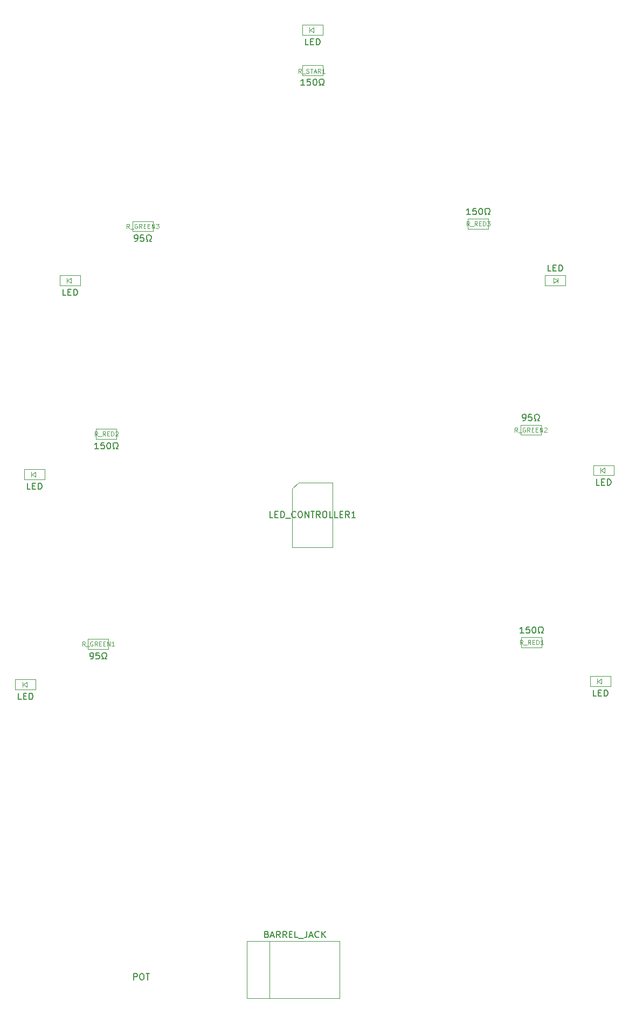
<source format=gbr>
G04 #@! TF.FileFunction,Other,Fab,Top*
%FSLAX46Y46*%
G04 Gerber Fmt 4.6, Leading zero omitted, Abs format (unit mm)*
G04 Created by KiCad (PCBNEW 4.0.6) date Wednesday, September 13, 2017 'PMt' 07:39:43 PM*
%MOMM*%
%LPD*%
G01*
G04 APERTURE LIST*
%ADD10C,0.100000*%
%ADD11C,0.150000*%
%ADD12C,0.105000*%
G04 APERTURE END LIST*
D10*
X49765000Y-128270000D02*
X50365000Y-127870000D01*
X50365000Y-127870000D02*
X50365000Y-128670000D01*
X50365000Y-128670000D02*
X49765000Y-128270000D01*
X49715000Y-127870000D02*
X49715000Y-128670000D01*
X48565000Y-129070000D02*
X48565000Y-127470000D01*
X51765000Y-129070000D02*
X48565000Y-129070000D01*
X51765000Y-127470000D02*
X51765000Y-129070000D01*
X48565000Y-127470000D02*
X51765000Y-127470000D01*
X140570000Y-94615000D02*
X141170000Y-94215000D01*
X141170000Y-94215000D02*
X141170000Y-95015000D01*
X141170000Y-95015000D02*
X140570000Y-94615000D01*
X140520000Y-94215000D02*
X140520000Y-95015000D01*
X139370000Y-95415000D02*
X139370000Y-93815000D01*
X142570000Y-95415000D02*
X139370000Y-95415000D01*
X142570000Y-93815000D02*
X142570000Y-95415000D01*
X139370000Y-93815000D02*
X142570000Y-93815000D01*
X56750000Y-64770000D02*
X57350000Y-64370000D01*
X57350000Y-64370000D02*
X57350000Y-65170000D01*
X57350000Y-65170000D02*
X56750000Y-64770000D01*
X56700000Y-64370000D02*
X56700000Y-65170000D01*
X55550000Y-65570000D02*
X55550000Y-63970000D01*
X58750000Y-65570000D02*
X55550000Y-65570000D01*
X58750000Y-63970000D02*
X58750000Y-65570000D01*
X55550000Y-63970000D02*
X58750000Y-63970000D01*
X93075000Y-96520000D02*
X98425000Y-96520000D01*
X98425000Y-96520000D02*
X98425000Y-106680000D01*
X98425000Y-106680000D02*
X92075000Y-106680000D01*
X92075000Y-106680000D02*
X92075000Y-97520000D01*
X92075000Y-97520000D02*
X93075000Y-96520000D01*
X140062000Y-127762000D02*
X140662000Y-127362000D01*
X140662000Y-127362000D02*
X140662000Y-128162000D01*
X140662000Y-128162000D02*
X140062000Y-127762000D01*
X140012000Y-127362000D02*
X140012000Y-128162000D01*
X138862000Y-128562000D02*
X138862000Y-126962000D01*
X142062000Y-128562000D02*
X138862000Y-128562000D01*
X142062000Y-126962000D02*
X142062000Y-128562000D01*
X138862000Y-126962000D02*
X142062000Y-126962000D01*
X51162000Y-95250000D02*
X51762000Y-94850000D01*
X51762000Y-94850000D02*
X51762000Y-95650000D01*
X51762000Y-95650000D02*
X51162000Y-95250000D01*
X51112000Y-94850000D02*
X51112000Y-95650000D01*
X49962000Y-96050000D02*
X49962000Y-94450000D01*
X53162000Y-96050000D02*
X49962000Y-96050000D01*
X53162000Y-94450000D02*
X53162000Y-96050000D01*
X49962000Y-94450000D02*
X53162000Y-94450000D01*
X133750000Y-64770000D02*
X133150000Y-65170000D01*
X133150000Y-65170000D02*
X133150000Y-64370000D01*
X133150000Y-64370000D02*
X133750000Y-64770000D01*
X133800000Y-65170000D02*
X133800000Y-64370000D01*
X134950000Y-63970000D02*
X134950000Y-65570000D01*
X131750000Y-63970000D02*
X134950000Y-63970000D01*
X131750000Y-65570000D02*
X131750000Y-63970000D01*
X134950000Y-65570000D02*
X131750000Y-65570000D01*
X59995000Y-122720000D02*
X59995000Y-121120000D01*
X63195000Y-122720000D02*
X59995000Y-122720000D01*
X63195000Y-121120000D02*
X63195000Y-122720000D01*
X59995000Y-121120000D02*
X63195000Y-121120000D01*
X131140000Y-87465000D02*
X131140000Y-89065000D01*
X127940000Y-87465000D02*
X131140000Y-87465000D01*
X127940000Y-89065000D02*
X127940000Y-87465000D01*
X131140000Y-89065000D02*
X127940000Y-89065000D01*
X66980000Y-57061000D02*
X66980000Y-55461000D01*
X70180000Y-57061000D02*
X66980000Y-57061000D01*
X70180000Y-55461000D02*
X70180000Y-57061000D01*
X66980000Y-55461000D02*
X70180000Y-55461000D01*
X131267000Y-120866000D02*
X131267000Y-122466000D01*
X128067000Y-120866000D02*
X131267000Y-120866000D01*
X128067000Y-122466000D02*
X128067000Y-120866000D01*
X131267000Y-122466000D02*
X128067000Y-122466000D01*
X61265000Y-89700000D02*
X61265000Y-88100000D01*
X64465000Y-89700000D02*
X61265000Y-89700000D01*
X64465000Y-88100000D02*
X64465000Y-89700000D01*
X61265000Y-88100000D02*
X64465000Y-88100000D01*
X122885000Y-55080000D02*
X122885000Y-56680000D01*
X119685000Y-55080000D02*
X122885000Y-55080000D01*
X119685000Y-56680000D02*
X119685000Y-55080000D01*
X122885000Y-56680000D02*
X119685000Y-56680000D01*
X93650000Y-32550000D02*
X93650000Y-30950000D01*
X96850000Y-32550000D02*
X93650000Y-32550000D01*
X96850000Y-30950000D02*
X96850000Y-32550000D01*
X93650000Y-30950000D02*
X96850000Y-30950000D01*
X94850000Y-25400000D02*
X95450000Y-25000000D01*
X95450000Y-25000000D02*
X95450000Y-25800000D01*
X95450000Y-25800000D02*
X94850000Y-25400000D01*
X94800000Y-25000000D02*
X94800000Y-25800000D01*
X93650000Y-26200000D02*
X93650000Y-24600000D01*
X96850000Y-26200000D02*
X93650000Y-26200000D01*
X96850000Y-24600000D02*
X96850000Y-26200000D01*
X93650000Y-24600000D02*
X96850000Y-24600000D01*
X88479000Y-168601000D02*
X88479000Y-177601000D01*
X84979000Y-168601000D02*
X84979000Y-177601000D01*
X84979000Y-177601000D02*
X99479000Y-177601000D01*
X99479000Y-177601000D02*
X99479000Y-168601000D01*
X99479000Y-168601000D02*
X84979000Y-168601000D01*
D11*
X49522143Y-130622381D02*
X49045952Y-130622381D01*
X49045952Y-129622381D01*
X49855476Y-130098571D02*
X50188810Y-130098571D01*
X50331667Y-130622381D02*
X49855476Y-130622381D01*
X49855476Y-129622381D01*
X50331667Y-129622381D01*
X50760238Y-130622381D02*
X50760238Y-129622381D01*
X50998333Y-129622381D01*
X51141191Y-129670000D01*
X51236429Y-129765238D01*
X51284048Y-129860476D01*
X51331667Y-130050952D01*
X51331667Y-130193810D01*
X51284048Y-130384286D01*
X51236429Y-130479524D01*
X51141191Y-130574762D01*
X50998333Y-130622381D01*
X50760238Y-130622381D01*
X140327143Y-96967381D02*
X139850952Y-96967381D01*
X139850952Y-95967381D01*
X140660476Y-96443571D02*
X140993810Y-96443571D01*
X141136667Y-96967381D02*
X140660476Y-96967381D01*
X140660476Y-95967381D01*
X141136667Y-95967381D01*
X141565238Y-96967381D02*
X141565238Y-95967381D01*
X141803333Y-95967381D01*
X141946191Y-96015000D01*
X142041429Y-96110238D01*
X142089048Y-96205476D01*
X142136667Y-96395952D01*
X142136667Y-96538810D01*
X142089048Y-96729286D01*
X142041429Y-96824524D01*
X141946191Y-96919762D01*
X141803333Y-96967381D01*
X141565238Y-96967381D01*
X56507143Y-67122381D02*
X56030952Y-67122381D01*
X56030952Y-66122381D01*
X56840476Y-66598571D02*
X57173810Y-66598571D01*
X57316667Y-67122381D02*
X56840476Y-67122381D01*
X56840476Y-66122381D01*
X57316667Y-66122381D01*
X57745238Y-67122381D02*
X57745238Y-66122381D01*
X57983333Y-66122381D01*
X58126191Y-66170000D01*
X58221429Y-66265238D01*
X58269048Y-66360476D01*
X58316667Y-66550952D01*
X58316667Y-66693810D01*
X58269048Y-66884286D01*
X58221429Y-66979524D01*
X58126191Y-67074762D01*
X57983333Y-67122381D01*
X57745238Y-67122381D01*
X89035714Y-102052381D02*
X88559523Y-102052381D01*
X88559523Y-101052381D01*
X89369047Y-101528571D02*
X89702381Y-101528571D01*
X89845238Y-102052381D02*
X89369047Y-102052381D01*
X89369047Y-101052381D01*
X89845238Y-101052381D01*
X90273809Y-102052381D02*
X90273809Y-101052381D01*
X90511904Y-101052381D01*
X90654762Y-101100000D01*
X90750000Y-101195238D01*
X90797619Y-101290476D01*
X90845238Y-101480952D01*
X90845238Y-101623810D01*
X90797619Y-101814286D01*
X90750000Y-101909524D01*
X90654762Y-102004762D01*
X90511904Y-102052381D01*
X90273809Y-102052381D01*
X91035714Y-102147619D02*
X91797619Y-102147619D01*
X92607143Y-101957143D02*
X92559524Y-102004762D01*
X92416667Y-102052381D01*
X92321429Y-102052381D01*
X92178571Y-102004762D01*
X92083333Y-101909524D01*
X92035714Y-101814286D01*
X91988095Y-101623810D01*
X91988095Y-101480952D01*
X92035714Y-101290476D01*
X92083333Y-101195238D01*
X92178571Y-101100000D01*
X92321429Y-101052381D01*
X92416667Y-101052381D01*
X92559524Y-101100000D01*
X92607143Y-101147619D01*
X93226190Y-101052381D02*
X93416667Y-101052381D01*
X93511905Y-101100000D01*
X93607143Y-101195238D01*
X93654762Y-101385714D01*
X93654762Y-101719048D01*
X93607143Y-101909524D01*
X93511905Y-102004762D01*
X93416667Y-102052381D01*
X93226190Y-102052381D01*
X93130952Y-102004762D01*
X93035714Y-101909524D01*
X92988095Y-101719048D01*
X92988095Y-101385714D01*
X93035714Y-101195238D01*
X93130952Y-101100000D01*
X93226190Y-101052381D01*
X94083333Y-102052381D02*
X94083333Y-101052381D01*
X94654762Y-102052381D01*
X94654762Y-101052381D01*
X94988095Y-101052381D02*
X95559524Y-101052381D01*
X95273809Y-102052381D02*
X95273809Y-101052381D01*
X96464286Y-102052381D02*
X96130952Y-101576190D01*
X95892857Y-102052381D02*
X95892857Y-101052381D01*
X96273810Y-101052381D01*
X96369048Y-101100000D01*
X96416667Y-101147619D01*
X96464286Y-101242857D01*
X96464286Y-101385714D01*
X96416667Y-101480952D01*
X96369048Y-101528571D01*
X96273810Y-101576190D01*
X95892857Y-101576190D01*
X97083333Y-101052381D02*
X97273810Y-101052381D01*
X97369048Y-101100000D01*
X97464286Y-101195238D01*
X97511905Y-101385714D01*
X97511905Y-101719048D01*
X97464286Y-101909524D01*
X97369048Y-102004762D01*
X97273810Y-102052381D01*
X97083333Y-102052381D01*
X96988095Y-102004762D01*
X96892857Y-101909524D01*
X96845238Y-101719048D01*
X96845238Y-101385714D01*
X96892857Y-101195238D01*
X96988095Y-101100000D01*
X97083333Y-101052381D01*
X98416667Y-102052381D02*
X97940476Y-102052381D01*
X97940476Y-101052381D01*
X99226191Y-102052381D02*
X98750000Y-102052381D01*
X98750000Y-101052381D01*
X99559524Y-101528571D02*
X99892858Y-101528571D01*
X100035715Y-102052381D02*
X99559524Y-102052381D01*
X99559524Y-101052381D01*
X100035715Y-101052381D01*
X101035715Y-102052381D02*
X100702381Y-101576190D01*
X100464286Y-102052381D02*
X100464286Y-101052381D01*
X100845239Y-101052381D01*
X100940477Y-101100000D01*
X100988096Y-101147619D01*
X101035715Y-101242857D01*
X101035715Y-101385714D01*
X100988096Y-101480952D01*
X100940477Y-101528571D01*
X100845239Y-101576190D01*
X100464286Y-101576190D01*
X101988096Y-102052381D02*
X101416667Y-102052381D01*
X101702381Y-102052381D02*
X101702381Y-101052381D01*
X101607143Y-101195238D01*
X101511905Y-101290476D01*
X101416667Y-101338095D01*
X139819143Y-130114381D02*
X139342952Y-130114381D01*
X139342952Y-129114381D01*
X140152476Y-129590571D02*
X140485810Y-129590571D01*
X140628667Y-130114381D02*
X140152476Y-130114381D01*
X140152476Y-129114381D01*
X140628667Y-129114381D01*
X141057238Y-130114381D02*
X141057238Y-129114381D01*
X141295333Y-129114381D01*
X141438191Y-129162000D01*
X141533429Y-129257238D01*
X141581048Y-129352476D01*
X141628667Y-129542952D01*
X141628667Y-129685810D01*
X141581048Y-129876286D01*
X141533429Y-129971524D01*
X141438191Y-130066762D01*
X141295333Y-130114381D01*
X141057238Y-130114381D01*
X50919143Y-97602381D02*
X50442952Y-97602381D01*
X50442952Y-96602381D01*
X51252476Y-97078571D02*
X51585810Y-97078571D01*
X51728667Y-97602381D02*
X51252476Y-97602381D01*
X51252476Y-96602381D01*
X51728667Y-96602381D01*
X52157238Y-97602381D02*
X52157238Y-96602381D01*
X52395333Y-96602381D01*
X52538191Y-96650000D01*
X52633429Y-96745238D01*
X52681048Y-96840476D01*
X52728667Y-97030952D01*
X52728667Y-97173810D01*
X52681048Y-97364286D01*
X52633429Y-97459524D01*
X52538191Y-97554762D01*
X52395333Y-97602381D01*
X52157238Y-97602381D01*
X132707143Y-63322381D02*
X132230952Y-63322381D01*
X132230952Y-62322381D01*
X133040476Y-62798571D02*
X133373810Y-62798571D01*
X133516667Y-63322381D02*
X133040476Y-63322381D01*
X133040476Y-62322381D01*
X133516667Y-62322381D01*
X133945238Y-63322381D02*
X133945238Y-62322381D01*
X134183333Y-62322381D01*
X134326191Y-62370000D01*
X134421429Y-62465238D01*
X134469048Y-62560476D01*
X134516667Y-62750952D01*
X134516667Y-62893810D01*
X134469048Y-63084286D01*
X134421429Y-63179524D01*
X134326191Y-63274762D01*
X134183333Y-63322381D01*
X133945238Y-63322381D01*
X60356905Y-124272381D02*
X60547381Y-124272381D01*
X60642620Y-124224762D01*
X60690239Y-124177143D01*
X60785477Y-124034286D01*
X60833096Y-123843810D01*
X60833096Y-123462857D01*
X60785477Y-123367619D01*
X60737858Y-123320000D01*
X60642620Y-123272381D01*
X60452143Y-123272381D01*
X60356905Y-123320000D01*
X60309286Y-123367619D01*
X60261667Y-123462857D01*
X60261667Y-123700952D01*
X60309286Y-123796190D01*
X60356905Y-123843810D01*
X60452143Y-123891429D01*
X60642620Y-123891429D01*
X60737858Y-123843810D01*
X60785477Y-123796190D01*
X60833096Y-123700952D01*
X61737858Y-123272381D02*
X61261667Y-123272381D01*
X61214048Y-123748571D01*
X61261667Y-123700952D01*
X61356905Y-123653333D01*
X61595001Y-123653333D01*
X61690239Y-123700952D01*
X61737858Y-123748571D01*
X61785477Y-123843810D01*
X61785477Y-124081905D01*
X61737858Y-124177143D01*
X61690239Y-124224762D01*
X61595001Y-124272381D01*
X61356905Y-124272381D01*
X61261667Y-124224762D01*
X61214048Y-124177143D01*
X62166429Y-124272381D02*
X62404524Y-124272381D01*
X62404524Y-124081905D01*
X62309286Y-124034286D01*
X62214048Y-123939048D01*
X62166429Y-123796190D01*
X62166429Y-123558095D01*
X62214048Y-123415238D01*
X62309286Y-123320000D01*
X62452143Y-123272381D01*
X62642620Y-123272381D01*
X62785477Y-123320000D01*
X62880715Y-123415238D01*
X62928334Y-123558095D01*
X62928334Y-123796190D01*
X62880715Y-123939048D01*
X62785477Y-124034286D01*
X62690239Y-124081905D01*
X62690239Y-124272381D01*
X62928334Y-124272381D01*
D12*
X59511668Y-122236667D02*
X59278334Y-121903333D01*
X59111668Y-122236667D02*
X59111668Y-121536667D01*
X59378334Y-121536667D01*
X59445001Y-121570000D01*
X59478334Y-121603333D01*
X59511668Y-121670000D01*
X59511668Y-121770000D01*
X59478334Y-121836667D01*
X59445001Y-121870000D01*
X59378334Y-121903333D01*
X59111668Y-121903333D01*
X59645001Y-122303333D02*
X60178334Y-122303333D01*
X60711667Y-121570000D02*
X60645001Y-121536667D01*
X60545001Y-121536667D01*
X60445001Y-121570000D01*
X60378334Y-121636667D01*
X60345001Y-121703333D01*
X60311667Y-121836667D01*
X60311667Y-121936667D01*
X60345001Y-122070000D01*
X60378334Y-122136667D01*
X60445001Y-122203333D01*
X60545001Y-122236667D01*
X60611667Y-122236667D01*
X60711667Y-122203333D01*
X60745001Y-122170000D01*
X60745001Y-121936667D01*
X60611667Y-121936667D01*
X61445001Y-122236667D02*
X61211667Y-121903333D01*
X61045001Y-122236667D02*
X61045001Y-121536667D01*
X61311667Y-121536667D01*
X61378334Y-121570000D01*
X61411667Y-121603333D01*
X61445001Y-121670000D01*
X61445001Y-121770000D01*
X61411667Y-121836667D01*
X61378334Y-121870000D01*
X61311667Y-121903333D01*
X61045001Y-121903333D01*
X61745001Y-121870000D02*
X61978334Y-121870000D01*
X62078334Y-122236667D02*
X61745001Y-122236667D01*
X61745001Y-121536667D01*
X62078334Y-121536667D01*
X62378334Y-121870000D02*
X62611667Y-121870000D01*
X62711667Y-122236667D02*
X62378334Y-122236667D01*
X62378334Y-121536667D01*
X62711667Y-121536667D01*
X63011667Y-122236667D02*
X63011667Y-121536667D01*
X63411667Y-122236667D01*
X63411667Y-121536667D01*
X64111666Y-122236667D02*
X63711666Y-122236667D01*
X63911666Y-122236667D02*
X63911666Y-121536667D01*
X63845000Y-121636667D01*
X63778333Y-121703333D01*
X63711666Y-121736667D01*
D11*
X128301905Y-86817381D02*
X128492381Y-86817381D01*
X128587620Y-86769762D01*
X128635239Y-86722143D01*
X128730477Y-86579286D01*
X128778096Y-86388810D01*
X128778096Y-86007857D01*
X128730477Y-85912619D01*
X128682858Y-85865000D01*
X128587620Y-85817381D01*
X128397143Y-85817381D01*
X128301905Y-85865000D01*
X128254286Y-85912619D01*
X128206667Y-86007857D01*
X128206667Y-86245952D01*
X128254286Y-86341190D01*
X128301905Y-86388810D01*
X128397143Y-86436429D01*
X128587620Y-86436429D01*
X128682858Y-86388810D01*
X128730477Y-86341190D01*
X128778096Y-86245952D01*
X129682858Y-85817381D02*
X129206667Y-85817381D01*
X129159048Y-86293571D01*
X129206667Y-86245952D01*
X129301905Y-86198333D01*
X129540001Y-86198333D01*
X129635239Y-86245952D01*
X129682858Y-86293571D01*
X129730477Y-86388810D01*
X129730477Y-86626905D01*
X129682858Y-86722143D01*
X129635239Y-86769762D01*
X129540001Y-86817381D01*
X129301905Y-86817381D01*
X129206667Y-86769762D01*
X129159048Y-86722143D01*
X130111429Y-86817381D02*
X130349524Y-86817381D01*
X130349524Y-86626905D01*
X130254286Y-86579286D01*
X130159048Y-86484048D01*
X130111429Y-86341190D01*
X130111429Y-86103095D01*
X130159048Y-85960238D01*
X130254286Y-85865000D01*
X130397143Y-85817381D01*
X130587620Y-85817381D01*
X130730477Y-85865000D01*
X130825715Y-85960238D01*
X130873334Y-86103095D01*
X130873334Y-86341190D01*
X130825715Y-86484048D01*
X130730477Y-86579286D01*
X130635239Y-86626905D01*
X130635239Y-86817381D01*
X130873334Y-86817381D01*
D12*
X127456668Y-88581667D02*
X127223334Y-88248333D01*
X127056668Y-88581667D02*
X127056668Y-87881667D01*
X127323334Y-87881667D01*
X127390001Y-87915000D01*
X127423334Y-87948333D01*
X127456668Y-88015000D01*
X127456668Y-88115000D01*
X127423334Y-88181667D01*
X127390001Y-88215000D01*
X127323334Y-88248333D01*
X127056668Y-88248333D01*
X127590001Y-88648333D02*
X128123334Y-88648333D01*
X128656667Y-87915000D02*
X128590001Y-87881667D01*
X128490001Y-87881667D01*
X128390001Y-87915000D01*
X128323334Y-87981667D01*
X128290001Y-88048333D01*
X128256667Y-88181667D01*
X128256667Y-88281667D01*
X128290001Y-88415000D01*
X128323334Y-88481667D01*
X128390001Y-88548333D01*
X128490001Y-88581667D01*
X128556667Y-88581667D01*
X128656667Y-88548333D01*
X128690001Y-88515000D01*
X128690001Y-88281667D01*
X128556667Y-88281667D01*
X129390001Y-88581667D02*
X129156667Y-88248333D01*
X128990001Y-88581667D02*
X128990001Y-87881667D01*
X129256667Y-87881667D01*
X129323334Y-87915000D01*
X129356667Y-87948333D01*
X129390001Y-88015000D01*
X129390001Y-88115000D01*
X129356667Y-88181667D01*
X129323334Y-88215000D01*
X129256667Y-88248333D01*
X128990001Y-88248333D01*
X129690001Y-88215000D02*
X129923334Y-88215000D01*
X130023334Y-88581667D02*
X129690001Y-88581667D01*
X129690001Y-87881667D01*
X130023334Y-87881667D01*
X130323334Y-88215000D02*
X130556667Y-88215000D01*
X130656667Y-88581667D02*
X130323334Y-88581667D01*
X130323334Y-87881667D01*
X130656667Y-87881667D01*
X130956667Y-88581667D02*
X130956667Y-87881667D01*
X131356667Y-88581667D01*
X131356667Y-87881667D01*
X131656666Y-87948333D02*
X131690000Y-87915000D01*
X131756666Y-87881667D01*
X131923333Y-87881667D01*
X131990000Y-87915000D01*
X132023333Y-87948333D01*
X132056666Y-88015000D01*
X132056666Y-88081667D01*
X132023333Y-88181667D01*
X131623333Y-88581667D01*
X132056666Y-88581667D01*
D11*
X67341905Y-58613381D02*
X67532381Y-58613381D01*
X67627620Y-58565762D01*
X67675239Y-58518143D01*
X67770477Y-58375286D01*
X67818096Y-58184810D01*
X67818096Y-57803857D01*
X67770477Y-57708619D01*
X67722858Y-57661000D01*
X67627620Y-57613381D01*
X67437143Y-57613381D01*
X67341905Y-57661000D01*
X67294286Y-57708619D01*
X67246667Y-57803857D01*
X67246667Y-58041952D01*
X67294286Y-58137190D01*
X67341905Y-58184810D01*
X67437143Y-58232429D01*
X67627620Y-58232429D01*
X67722858Y-58184810D01*
X67770477Y-58137190D01*
X67818096Y-58041952D01*
X68722858Y-57613381D02*
X68246667Y-57613381D01*
X68199048Y-58089571D01*
X68246667Y-58041952D01*
X68341905Y-57994333D01*
X68580001Y-57994333D01*
X68675239Y-58041952D01*
X68722858Y-58089571D01*
X68770477Y-58184810D01*
X68770477Y-58422905D01*
X68722858Y-58518143D01*
X68675239Y-58565762D01*
X68580001Y-58613381D01*
X68341905Y-58613381D01*
X68246667Y-58565762D01*
X68199048Y-58518143D01*
X69151429Y-58613381D02*
X69389524Y-58613381D01*
X69389524Y-58422905D01*
X69294286Y-58375286D01*
X69199048Y-58280048D01*
X69151429Y-58137190D01*
X69151429Y-57899095D01*
X69199048Y-57756238D01*
X69294286Y-57661000D01*
X69437143Y-57613381D01*
X69627620Y-57613381D01*
X69770477Y-57661000D01*
X69865715Y-57756238D01*
X69913334Y-57899095D01*
X69913334Y-58137190D01*
X69865715Y-58280048D01*
X69770477Y-58375286D01*
X69675239Y-58422905D01*
X69675239Y-58613381D01*
X69913334Y-58613381D01*
D12*
X66496668Y-56577667D02*
X66263334Y-56244333D01*
X66096668Y-56577667D02*
X66096668Y-55877667D01*
X66363334Y-55877667D01*
X66430001Y-55911000D01*
X66463334Y-55944333D01*
X66496668Y-56011000D01*
X66496668Y-56111000D01*
X66463334Y-56177667D01*
X66430001Y-56211000D01*
X66363334Y-56244333D01*
X66096668Y-56244333D01*
X66630001Y-56644333D02*
X67163334Y-56644333D01*
X67696667Y-55911000D02*
X67630001Y-55877667D01*
X67530001Y-55877667D01*
X67430001Y-55911000D01*
X67363334Y-55977667D01*
X67330001Y-56044333D01*
X67296667Y-56177667D01*
X67296667Y-56277667D01*
X67330001Y-56411000D01*
X67363334Y-56477667D01*
X67430001Y-56544333D01*
X67530001Y-56577667D01*
X67596667Y-56577667D01*
X67696667Y-56544333D01*
X67730001Y-56511000D01*
X67730001Y-56277667D01*
X67596667Y-56277667D01*
X68430001Y-56577667D02*
X68196667Y-56244333D01*
X68030001Y-56577667D02*
X68030001Y-55877667D01*
X68296667Y-55877667D01*
X68363334Y-55911000D01*
X68396667Y-55944333D01*
X68430001Y-56011000D01*
X68430001Y-56111000D01*
X68396667Y-56177667D01*
X68363334Y-56211000D01*
X68296667Y-56244333D01*
X68030001Y-56244333D01*
X68730001Y-56211000D02*
X68963334Y-56211000D01*
X69063334Y-56577667D02*
X68730001Y-56577667D01*
X68730001Y-55877667D01*
X69063334Y-55877667D01*
X69363334Y-56211000D02*
X69596667Y-56211000D01*
X69696667Y-56577667D02*
X69363334Y-56577667D01*
X69363334Y-55877667D01*
X69696667Y-55877667D01*
X69996667Y-56577667D02*
X69996667Y-55877667D01*
X70396667Y-56577667D01*
X70396667Y-55877667D01*
X70663333Y-55877667D02*
X71096666Y-55877667D01*
X70863333Y-56144333D01*
X70963333Y-56144333D01*
X71030000Y-56177667D01*
X71063333Y-56211000D01*
X71096666Y-56277667D01*
X71096666Y-56444333D01*
X71063333Y-56511000D01*
X71030000Y-56544333D01*
X70963333Y-56577667D01*
X70763333Y-56577667D01*
X70696666Y-56544333D01*
X70663333Y-56511000D01*
D11*
X128428905Y-120218381D02*
X127857476Y-120218381D01*
X128143190Y-120218381D02*
X128143190Y-119218381D01*
X128047952Y-119361238D01*
X127952714Y-119456476D01*
X127857476Y-119504095D01*
X129333667Y-119218381D02*
X128857476Y-119218381D01*
X128809857Y-119694571D01*
X128857476Y-119646952D01*
X128952714Y-119599333D01*
X129190810Y-119599333D01*
X129286048Y-119646952D01*
X129333667Y-119694571D01*
X129381286Y-119789810D01*
X129381286Y-120027905D01*
X129333667Y-120123143D01*
X129286048Y-120170762D01*
X129190810Y-120218381D01*
X128952714Y-120218381D01*
X128857476Y-120170762D01*
X128809857Y-120123143D01*
X130000333Y-119218381D02*
X130095572Y-119218381D01*
X130190810Y-119266000D01*
X130238429Y-119313619D01*
X130286048Y-119408857D01*
X130333667Y-119599333D01*
X130333667Y-119837429D01*
X130286048Y-120027905D01*
X130238429Y-120123143D01*
X130190810Y-120170762D01*
X130095572Y-120218381D01*
X130000333Y-120218381D01*
X129905095Y-120170762D01*
X129857476Y-120123143D01*
X129809857Y-120027905D01*
X129762238Y-119837429D01*
X129762238Y-119599333D01*
X129809857Y-119408857D01*
X129857476Y-119313619D01*
X129905095Y-119266000D01*
X130000333Y-119218381D01*
X130714619Y-120218381D02*
X130952714Y-120218381D01*
X130952714Y-120027905D01*
X130857476Y-119980286D01*
X130762238Y-119885048D01*
X130714619Y-119742190D01*
X130714619Y-119504095D01*
X130762238Y-119361238D01*
X130857476Y-119266000D01*
X131000333Y-119218381D01*
X131190810Y-119218381D01*
X131333667Y-119266000D01*
X131428905Y-119361238D01*
X131476524Y-119504095D01*
X131476524Y-119742190D01*
X131428905Y-119885048D01*
X131333667Y-119980286D01*
X131238429Y-120027905D01*
X131238429Y-120218381D01*
X131476524Y-120218381D01*
D12*
X128267001Y-121982667D02*
X128033667Y-121649333D01*
X127867001Y-121982667D02*
X127867001Y-121282667D01*
X128133667Y-121282667D01*
X128200334Y-121316000D01*
X128233667Y-121349333D01*
X128267001Y-121416000D01*
X128267001Y-121516000D01*
X128233667Y-121582667D01*
X128200334Y-121616000D01*
X128133667Y-121649333D01*
X127867001Y-121649333D01*
X128400334Y-122049333D02*
X128933667Y-122049333D01*
X129500334Y-121982667D02*
X129267000Y-121649333D01*
X129100334Y-121982667D02*
X129100334Y-121282667D01*
X129367000Y-121282667D01*
X129433667Y-121316000D01*
X129467000Y-121349333D01*
X129500334Y-121416000D01*
X129500334Y-121516000D01*
X129467000Y-121582667D01*
X129433667Y-121616000D01*
X129367000Y-121649333D01*
X129100334Y-121649333D01*
X129800334Y-121616000D02*
X130033667Y-121616000D01*
X130133667Y-121982667D02*
X129800334Y-121982667D01*
X129800334Y-121282667D01*
X130133667Y-121282667D01*
X130433667Y-121982667D02*
X130433667Y-121282667D01*
X130600333Y-121282667D01*
X130700333Y-121316000D01*
X130767000Y-121382667D01*
X130800333Y-121449333D01*
X130833667Y-121582667D01*
X130833667Y-121682667D01*
X130800333Y-121816000D01*
X130767000Y-121882667D01*
X130700333Y-121949333D01*
X130600333Y-121982667D01*
X130433667Y-121982667D01*
X131500333Y-121982667D02*
X131100333Y-121982667D01*
X131300333Y-121982667D02*
X131300333Y-121282667D01*
X131233667Y-121382667D01*
X131167000Y-121449333D01*
X131100333Y-121482667D01*
D11*
X61626905Y-91252381D02*
X61055476Y-91252381D01*
X61341190Y-91252381D02*
X61341190Y-90252381D01*
X61245952Y-90395238D01*
X61150714Y-90490476D01*
X61055476Y-90538095D01*
X62531667Y-90252381D02*
X62055476Y-90252381D01*
X62007857Y-90728571D01*
X62055476Y-90680952D01*
X62150714Y-90633333D01*
X62388810Y-90633333D01*
X62484048Y-90680952D01*
X62531667Y-90728571D01*
X62579286Y-90823810D01*
X62579286Y-91061905D01*
X62531667Y-91157143D01*
X62484048Y-91204762D01*
X62388810Y-91252381D01*
X62150714Y-91252381D01*
X62055476Y-91204762D01*
X62007857Y-91157143D01*
X63198333Y-90252381D02*
X63293572Y-90252381D01*
X63388810Y-90300000D01*
X63436429Y-90347619D01*
X63484048Y-90442857D01*
X63531667Y-90633333D01*
X63531667Y-90871429D01*
X63484048Y-91061905D01*
X63436429Y-91157143D01*
X63388810Y-91204762D01*
X63293572Y-91252381D01*
X63198333Y-91252381D01*
X63103095Y-91204762D01*
X63055476Y-91157143D01*
X63007857Y-91061905D01*
X62960238Y-90871429D01*
X62960238Y-90633333D01*
X63007857Y-90442857D01*
X63055476Y-90347619D01*
X63103095Y-90300000D01*
X63198333Y-90252381D01*
X63912619Y-91252381D02*
X64150714Y-91252381D01*
X64150714Y-91061905D01*
X64055476Y-91014286D01*
X63960238Y-90919048D01*
X63912619Y-90776190D01*
X63912619Y-90538095D01*
X63960238Y-90395238D01*
X64055476Y-90300000D01*
X64198333Y-90252381D01*
X64388810Y-90252381D01*
X64531667Y-90300000D01*
X64626905Y-90395238D01*
X64674524Y-90538095D01*
X64674524Y-90776190D01*
X64626905Y-90919048D01*
X64531667Y-91014286D01*
X64436429Y-91061905D01*
X64436429Y-91252381D01*
X64674524Y-91252381D01*
D12*
X61465001Y-89216667D02*
X61231667Y-88883333D01*
X61065001Y-89216667D02*
X61065001Y-88516667D01*
X61331667Y-88516667D01*
X61398334Y-88550000D01*
X61431667Y-88583333D01*
X61465001Y-88650000D01*
X61465001Y-88750000D01*
X61431667Y-88816667D01*
X61398334Y-88850000D01*
X61331667Y-88883333D01*
X61065001Y-88883333D01*
X61598334Y-89283333D02*
X62131667Y-89283333D01*
X62698334Y-89216667D02*
X62465000Y-88883333D01*
X62298334Y-89216667D02*
X62298334Y-88516667D01*
X62565000Y-88516667D01*
X62631667Y-88550000D01*
X62665000Y-88583333D01*
X62698334Y-88650000D01*
X62698334Y-88750000D01*
X62665000Y-88816667D01*
X62631667Y-88850000D01*
X62565000Y-88883333D01*
X62298334Y-88883333D01*
X62998334Y-88850000D02*
X63231667Y-88850000D01*
X63331667Y-89216667D02*
X62998334Y-89216667D01*
X62998334Y-88516667D01*
X63331667Y-88516667D01*
X63631667Y-89216667D02*
X63631667Y-88516667D01*
X63798333Y-88516667D01*
X63898333Y-88550000D01*
X63965000Y-88616667D01*
X63998333Y-88683333D01*
X64031667Y-88816667D01*
X64031667Y-88916667D01*
X63998333Y-89050000D01*
X63965000Y-89116667D01*
X63898333Y-89183333D01*
X63798333Y-89216667D01*
X63631667Y-89216667D01*
X64298333Y-88583333D02*
X64331667Y-88550000D01*
X64398333Y-88516667D01*
X64565000Y-88516667D01*
X64631667Y-88550000D01*
X64665000Y-88583333D01*
X64698333Y-88650000D01*
X64698333Y-88716667D01*
X64665000Y-88816667D01*
X64265000Y-89216667D01*
X64698333Y-89216667D01*
D11*
X120046905Y-54432381D02*
X119475476Y-54432381D01*
X119761190Y-54432381D02*
X119761190Y-53432381D01*
X119665952Y-53575238D01*
X119570714Y-53670476D01*
X119475476Y-53718095D01*
X120951667Y-53432381D02*
X120475476Y-53432381D01*
X120427857Y-53908571D01*
X120475476Y-53860952D01*
X120570714Y-53813333D01*
X120808810Y-53813333D01*
X120904048Y-53860952D01*
X120951667Y-53908571D01*
X120999286Y-54003810D01*
X120999286Y-54241905D01*
X120951667Y-54337143D01*
X120904048Y-54384762D01*
X120808810Y-54432381D01*
X120570714Y-54432381D01*
X120475476Y-54384762D01*
X120427857Y-54337143D01*
X121618333Y-53432381D02*
X121713572Y-53432381D01*
X121808810Y-53480000D01*
X121856429Y-53527619D01*
X121904048Y-53622857D01*
X121951667Y-53813333D01*
X121951667Y-54051429D01*
X121904048Y-54241905D01*
X121856429Y-54337143D01*
X121808810Y-54384762D01*
X121713572Y-54432381D01*
X121618333Y-54432381D01*
X121523095Y-54384762D01*
X121475476Y-54337143D01*
X121427857Y-54241905D01*
X121380238Y-54051429D01*
X121380238Y-53813333D01*
X121427857Y-53622857D01*
X121475476Y-53527619D01*
X121523095Y-53480000D01*
X121618333Y-53432381D01*
X122332619Y-54432381D02*
X122570714Y-54432381D01*
X122570714Y-54241905D01*
X122475476Y-54194286D01*
X122380238Y-54099048D01*
X122332619Y-53956190D01*
X122332619Y-53718095D01*
X122380238Y-53575238D01*
X122475476Y-53480000D01*
X122618333Y-53432381D01*
X122808810Y-53432381D01*
X122951667Y-53480000D01*
X123046905Y-53575238D01*
X123094524Y-53718095D01*
X123094524Y-53956190D01*
X123046905Y-54099048D01*
X122951667Y-54194286D01*
X122856429Y-54241905D01*
X122856429Y-54432381D01*
X123094524Y-54432381D01*
D12*
X119885001Y-56196667D02*
X119651667Y-55863333D01*
X119485001Y-56196667D02*
X119485001Y-55496667D01*
X119751667Y-55496667D01*
X119818334Y-55530000D01*
X119851667Y-55563333D01*
X119885001Y-55630000D01*
X119885001Y-55730000D01*
X119851667Y-55796667D01*
X119818334Y-55830000D01*
X119751667Y-55863333D01*
X119485001Y-55863333D01*
X120018334Y-56263333D02*
X120551667Y-56263333D01*
X121118334Y-56196667D02*
X120885000Y-55863333D01*
X120718334Y-56196667D02*
X120718334Y-55496667D01*
X120985000Y-55496667D01*
X121051667Y-55530000D01*
X121085000Y-55563333D01*
X121118334Y-55630000D01*
X121118334Y-55730000D01*
X121085000Y-55796667D01*
X121051667Y-55830000D01*
X120985000Y-55863333D01*
X120718334Y-55863333D01*
X121418334Y-55830000D02*
X121651667Y-55830000D01*
X121751667Y-56196667D02*
X121418334Y-56196667D01*
X121418334Y-55496667D01*
X121751667Y-55496667D01*
X122051667Y-56196667D02*
X122051667Y-55496667D01*
X122218333Y-55496667D01*
X122318333Y-55530000D01*
X122385000Y-55596667D01*
X122418333Y-55663333D01*
X122451667Y-55796667D01*
X122451667Y-55896667D01*
X122418333Y-56030000D01*
X122385000Y-56096667D01*
X122318333Y-56163333D01*
X122218333Y-56196667D01*
X122051667Y-56196667D01*
X122685000Y-55496667D02*
X123118333Y-55496667D01*
X122885000Y-55763333D01*
X122985000Y-55763333D01*
X123051667Y-55796667D01*
X123085000Y-55830000D01*
X123118333Y-55896667D01*
X123118333Y-56063333D01*
X123085000Y-56130000D01*
X123051667Y-56163333D01*
X122985000Y-56196667D01*
X122785000Y-56196667D01*
X122718333Y-56163333D01*
X122685000Y-56130000D01*
D11*
X94011905Y-34102381D02*
X93440476Y-34102381D01*
X93726190Y-34102381D02*
X93726190Y-33102381D01*
X93630952Y-33245238D01*
X93535714Y-33340476D01*
X93440476Y-33388095D01*
X94916667Y-33102381D02*
X94440476Y-33102381D01*
X94392857Y-33578571D01*
X94440476Y-33530952D01*
X94535714Y-33483333D01*
X94773810Y-33483333D01*
X94869048Y-33530952D01*
X94916667Y-33578571D01*
X94964286Y-33673810D01*
X94964286Y-33911905D01*
X94916667Y-34007143D01*
X94869048Y-34054762D01*
X94773810Y-34102381D01*
X94535714Y-34102381D01*
X94440476Y-34054762D01*
X94392857Y-34007143D01*
X95583333Y-33102381D02*
X95678572Y-33102381D01*
X95773810Y-33150000D01*
X95821429Y-33197619D01*
X95869048Y-33292857D01*
X95916667Y-33483333D01*
X95916667Y-33721429D01*
X95869048Y-33911905D01*
X95821429Y-34007143D01*
X95773810Y-34054762D01*
X95678572Y-34102381D01*
X95583333Y-34102381D01*
X95488095Y-34054762D01*
X95440476Y-34007143D01*
X95392857Y-33911905D01*
X95345238Y-33721429D01*
X95345238Y-33483333D01*
X95392857Y-33292857D01*
X95440476Y-33197619D01*
X95488095Y-33150000D01*
X95583333Y-33102381D01*
X96297619Y-34102381D02*
X96535714Y-34102381D01*
X96535714Y-33911905D01*
X96440476Y-33864286D01*
X96345238Y-33769048D01*
X96297619Y-33626190D01*
X96297619Y-33388095D01*
X96345238Y-33245238D01*
X96440476Y-33150000D01*
X96583333Y-33102381D01*
X96773810Y-33102381D01*
X96916667Y-33150000D01*
X97011905Y-33245238D01*
X97059524Y-33388095D01*
X97059524Y-33626190D01*
X97011905Y-33769048D01*
X96916667Y-33864286D01*
X96821429Y-33911905D01*
X96821429Y-34102381D01*
X97059524Y-34102381D01*
D12*
X93489667Y-32193667D02*
X93256333Y-31860333D01*
X93089667Y-32193667D02*
X93089667Y-31493667D01*
X93356333Y-31493667D01*
X93423000Y-31527000D01*
X93456333Y-31560333D01*
X93489667Y-31627000D01*
X93489667Y-31727000D01*
X93456333Y-31793667D01*
X93423000Y-31827000D01*
X93356333Y-31860333D01*
X93089667Y-31860333D01*
X93623000Y-32260333D02*
X94156333Y-32260333D01*
X94289666Y-32160333D02*
X94389666Y-32193667D01*
X94556333Y-32193667D01*
X94623000Y-32160333D01*
X94656333Y-32127000D01*
X94689666Y-32060333D01*
X94689666Y-31993667D01*
X94656333Y-31927000D01*
X94623000Y-31893667D01*
X94556333Y-31860333D01*
X94423000Y-31827000D01*
X94356333Y-31793667D01*
X94323000Y-31760333D01*
X94289666Y-31693667D01*
X94289666Y-31627000D01*
X94323000Y-31560333D01*
X94356333Y-31527000D01*
X94423000Y-31493667D01*
X94589666Y-31493667D01*
X94689666Y-31527000D01*
X94889667Y-31493667D02*
X95289667Y-31493667D01*
X95089667Y-32193667D02*
X95089667Y-31493667D01*
X95489666Y-31993667D02*
X95823000Y-31993667D01*
X95423000Y-32193667D02*
X95656333Y-31493667D01*
X95889666Y-32193667D01*
X96523000Y-32193667D02*
X96289666Y-31860333D01*
X96123000Y-32193667D02*
X96123000Y-31493667D01*
X96389666Y-31493667D01*
X96456333Y-31527000D01*
X96489666Y-31560333D01*
X96523000Y-31627000D01*
X96523000Y-31727000D01*
X96489666Y-31793667D01*
X96456333Y-31827000D01*
X96389666Y-31860333D01*
X96123000Y-31860333D01*
X97189666Y-32193667D02*
X96789666Y-32193667D01*
X96989666Y-32193667D02*
X96989666Y-31493667D01*
X96923000Y-31593667D01*
X96856333Y-31660333D01*
X96789666Y-31693667D01*
D11*
X67159333Y-174696381D02*
X67159333Y-173696381D01*
X67540286Y-173696381D01*
X67635524Y-173744000D01*
X67683143Y-173791619D01*
X67730762Y-173886857D01*
X67730762Y-174029714D01*
X67683143Y-174124952D01*
X67635524Y-174172571D01*
X67540286Y-174220190D01*
X67159333Y-174220190D01*
X68349809Y-173696381D02*
X68540286Y-173696381D01*
X68635524Y-173744000D01*
X68730762Y-173839238D01*
X68778381Y-174029714D01*
X68778381Y-174363048D01*
X68730762Y-174553524D01*
X68635524Y-174648762D01*
X68540286Y-174696381D01*
X68349809Y-174696381D01*
X68254571Y-174648762D01*
X68159333Y-174553524D01*
X68111714Y-174363048D01*
X68111714Y-174029714D01*
X68159333Y-173839238D01*
X68254571Y-173744000D01*
X68349809Y-173696381D01*
X69064095Y-173696381D02*
X69635524Y-173696381D01*
X69349809Y-174696381D02*
X69349809Y-173696381D01*
X94607143Y-27752381D02*
X94130952Y-27752381D01*
X94130952Y-26752381D01*
X94940476Y-27228571D02*
X95273810Y-27228571D01*
X95416667Y-27752381D02*
X94940476Y-27752381D01*
X94940476Y-26752381D01*
X95416667Y-26752381D01*
X95845238Y-27752381D02*
X95845238Y-26752381D01*
X96083333Y-26752381D01*
X96226191Y-26800000D01*
X96321429Y-26895238D01*
X96369048Y-26990476D01*
X96416667Y-27180952D01*
X96416667Y-27323810D01*
X96369048Y-27514286D01*
X96321429Y-27609524D01*
X96226191Y-27704762D01*
X96083333Y-27752381D01*
X95845238Y-27752381D01*
X88074238Y-167529571D02*
X88217095Y-167577190D01*
X88264714Y-167624810D01*
X88312333Y-167720048D01*
X88312333Y-167862905D01*
X88264714Y-167958143D01*
X88217095Y-168005762D01*
X88121857Y-168053381D01*
X87740904Y-168053381D01*
X87740904Y-167053381D01*
X88074238Y-167053381D01*
X88169476Y-167101000D01*
X88217095Y-167148619D01*
X88264714Y-167243857D01*
X88264714Y-167339095D01*
X88217095Y-167434333D01*
X88169476Y-167481952D01*
X88074238Y-167529571D01*
X87740904Y-167529571D01*
X88693285Y-167767667D02*
X89169476Y-167767667D01*
X88598047Y-168053381D02*
X88931380Y-167053381D01*
X89264714Y-168053381D01*
X90169476Y-168053381D02*
X89836142Y-167577190D01*
X89598047Y-168053381D02*
X89598047Y-167053381D01*
X89979000Y-167053381D01*
X90074238Y-167101000D01*
X90121857Y-167148619D01*
X90169476Y-167243857D01*
X90169476Y-167386714D01*
X90121857Y-167481952D01*
X90074238Y-167529571D01*
X89979000Y-167577190D01*
X89598047Y-167577190D01*
X91169476Y-168053381D02*
X90836142Y-167577190D01*
X90598047Y-168053381D02*
X90598047Y-167053381D01*
X90979000Y-167053381D01*
X91074238Y-167101000D01*
X91121857Y-167148619D01*
X91169476Y-167243857D01*
X91169476Y-167386714D01*
X91121857Y-167481952D01*
X91074238Y-167529571D01*
X90979000Y-167577190D01*
X90598047Y-167577190D01*
X91598047Y-167529571D02*
X91931381Y-167529571D01*
X92074238Y-168053381D02*
X91598047Y-168053381D01*
X91598047Y-167053381D01*
X92074238Y-167053381D01*
X92979000Y-168053381D02*
X92502809Y-168053381D01*
X92502809Y-167053381D01*
X93074238Y-168148619D02*
X93836143Y-168148619D01*
X94359953Y-167053381D02*
X94359953Y-167767667D01*
X94312333Y-167910524D01*
X94217095Y-168005762D01*
X94074238Y-168053381D01*
X93979000Y-168053381D01*
X94788524Y-167767667D02*
X95264715Y-167767667D01*
X94693286Y-168053381D02*
X95026619Y-167053381D01*
X95359953Y-168053381D01*
X96264715Y-167958143D02*
X96217096Y-168005762D01*
X96074239Y-168053381D01*
X95979001Y-168053381D01*
X95836143Y-168005762D01*
X95740905Y-167910524D01*
X95693286Y-167815286D01*
X95645667Y-167624810D01*
X95645667Y-167481952D01*
X95693286Y-167291476D01*
X95740905Y-167196238D01*
X95836143Y-167101000D01*
X95979001Y-167053381D01*
X96074239Y-167053381D01*
X96217096Y-167101000D01*
X96264715Y-167148619D01*
X96693286Y-168053381D02*
X96693286Y-167053381D01*
X97264715Y-168053381D02*
X96836143Y-167481952D01*
X97264715Y-167053381D02*
X96693286Y-167624810D01*
M02*

</source>
